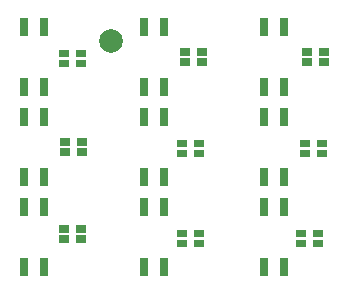
<source format=gtp>
G04 Layer: TopPasteMaskLayer*
G04 EasyEDA v6.4.25, 2022-01-03T23:04:32--5:00*
G04 f870d6b240394c1986ede19cf4370902,f610eaca6985405d96f74a4a3e528675,10*
G04 Gerber Generator version 0.2*
G04 Scale: 100 percent, Rotated: No, Reflected: No *
G04 Dimensions in millimeters *
G04 leading zeros omitted , absolute positions ,4 integer and 5 decimal *
%FSLAX45Y45*%
%MOMM*%

%ADD12C,2.0000*%

%LPD*%
D12*
G01*
X876312Y-431800D03*
G36*
X431088Y-574192D02*
G01*
X431088Y-509193D01*
X516102Y-509193D01*
X516102Y-574192D01*
G37*
G36*
X431088Y-659206D02*
G01*
X431088Y-594207D01*
X516102Y-594207D01*
X516102Y-659206D01*
G37*
G36*
X576097Y-574192D02*
G01*
X576097Y-509193D01*
X661111Y-509193D01*
X661111Y-574192D01*
G37*
G36*
X576097Y-659206D02*
G01*
X576097Y-594207D01*
X661111Y-594207D01*
X661111Y-659206D01*
G37*
G36*
X1459788Y-561492D02*
G01*
X1459788Y-496493D01*
X1544802Y-496493D01*
X1544802Y-561492D01*
G37*
G36*
X1459788Y-646506D02*
G01*
X1459788Y-581507D01*
X1544802Y-581507D01*
X1544802Y-646506D01*
G37*
G36*
X1604797Y-561492D02*
G01*
X1604797Y-496493D01*
X1689811Y-496493D01*
X1689811Y-561492D01*
G37*
G36*
X1604797Y-646506D02*
G01*
X1604797Y-581507D01*
X1689811Y-581507D01*
X1689811Y-646506D01*
G37*
G36*
X2488488Y-561492D02*
G01*
X2488488Y-496493D01*
X2573502Y-496493D01*
X2573502Y-561492D01*
G37*
G36*
X2488488Y-646506D02*
G01*
X2488488Y-581507D01*
X2573502Y-581507D01*
X2573502Y-646506D01*
G37*
G36*
X2633497Y-561492D02*
G01*
X2633497Y-496493D01*
X2718511Y-496493D01*
X2718511Y-561492D01*
G37*
G36*
X2633497Y-646506D02*
G01*
X2633497Y-581507D01*
X2718511Y-581507D01*
X2718511Y-646506D01*
G37*
G36*
X443788Y-1323492D02*
G01*
X443788Y-1258493D01*
X528802Y-1258493D01*
X528802Y-1323492D01*
G37*
G36*
X443788Y-1408506D02*
G01*
X443788Y-1343507D01*
X528802Y-1343507D01*
X528802Y-1408506D01*
G37*
G36*
X588797Y-1323492D02*
G01*
X588797Y-1258493D01*
X673811Y-1258493D01*
X673811Y-1323492D01*
G37*
G36*
X588797Y-1408506D02*
G01*
X588797Y-1343507D01*
X673811Y-1343507D01*
X673811Y-1408506D01*
G37*
G36*
X1434388Y-1336192D02*
G01*
X1434388Y-1271193D01*
X1519402Y-1271193D01*
X1519402Y-1336192D01*
G37*
G36*
X1434388Y-1421206D02*
G01*
X1434388Y-1356207D01*
X1519402Y-1356207D01*
X1519402Y-1421206D01*
G37*
G36*
X1579397Y-1336192D02*
G01*
X1579397Y-1271193D01*
X1664411Y-1271193D01*
X1664411Y-1336192D01*
G37*
G36*
X1579397Y-1421206D02*
G01*
X1579397Y-1356207D01*
X1664411Y-1356207D01*
X1664411Y-1421206D01*
G37*
G36*
X2475788Y-1336192D02*
G01*
X2475788Y-1271193D01*
X2560802Y-1271193D01*
X2560802Y-1336192D01*
G37*
G36*
X2475788Y-1421206D02*
G01*
X2475788Y-1356207D01*
X2560802Y-1356207D01*
X2560802Y-1421206D01*
G37*
G36*
X2620797Y-1336192D02*
G01*
X2620797Y-1271193D01*
X2705811Y-1271193D01*
X2705811Y-1336192D01*
G37*
G36*
X2620797Y-1421206D02*
G01*
X2620797Y-1356207D01*
X2705811Y-1356207D01*
X2705811Y-1421206D01*
G37*
G36*
X431088Y-2060092D02*
G01*
X431088Y-1995093D01*
X516102Y-1995093D01*
X516102Y-2060092D01*
G37*
G36*
X431088Y-2145106D02*
G01*
X431088Y-2080107D01*
X516102Y-2080107D01*
X516102Y-2145106D01*
G37*
G36*
X576097Y-2060092D02*
G01*
X576097Y-1995093D01*
X661111Y-1995093D01*
X661111Y-2060092D01*
G37*
G36*
X576097Y-2145106D02*
G01*
X576097Y-2080107D01*
X661111Y-2080107D01*
X661111Y-2145106D01*
G37*
G36*
X1434388Y-2098192D02*
G01*
X1434388Y-2033193D01*
X1519402Y-2033193D01*
X1519402Y-2098192D01*
G37*
G36*
X1434388Y-2183206D02*
G01*
X1434388Y-2118207D01*
X1519402Y-2118207D01*
X1519402Y-2183206D01*
G37*
G36*
X1579397Y-2098192D02*
G01*
X1579397Y-2033193D01*
X1664411Y-2033193D01*
X1664411Y-2098192D01*
G37*
G36*
X1579397Y-2183206D02*
G01*
X1579397Y-2118207D01*
X1664411Y-2118207D01*
X1664411Y-2183206D01*
G37*
G36*
X2437688Y-2098192D02*
G01*
X2437688Y-2033193D01*
X2522702Y-2033193D01*
X2522702Y-2098192D01*
G37*
G36*
X2437688Y-2183206D02*
G01*
X2437688Y-2118207D01*
X2522702Y-2118207D01*
X2522702Y-2183206D01*
G37*
G36*
X2582697Y-2098192D02*
G01*
X2582697Y-2033193D01*
X2667711Y-2033193D01*
X2667711Y-2098192D01*
G37*
G36*
X2582697Y-2183206D02*
G01*
X2582697Y-2118207D01*
X2667711Y-2118207D01*
X2667711Y-2183206D01*
G37*
G36*
X104698Y-242498D02*
G01*
X174701Y-242498D01*
X174701Y-392501D01*
X104698Y-392501D01*
G37*
G36*
X274698Y-242498D02*
G01*
X344700Y-242498D01*
X344700Y-392501D01*
X274698Y-392501D01*
G37*
G36*
X274698Y-752500D02*
G01*
X344700Y-752500D01*
X344700Y-902502D01*
X274698Y-902502D01*
G37*
G36*
X104698Y-752500D02*
G01*
X174701Y-752500D01*
X174701Y-902502D01*
X104698Y-902502D01*
G37*
G36*
X1120698Y-242498D02*
G01*
X1190701Y-242498D01*
X1190701Y-392501D01*
X1120698Y-392501D01*
G37*
G36*
X1290698Y-242498D02*
G01*
X1360700Y-242498D01*
X1360700Y-392501D01*
X1290698Y-392501D01*
G37*
G36*
X1290698Y-752500D02*
G01*
X1360700Y-752500D01*
X1360700Y-902502D01*
X1290698Y-902502D01*
G37*
G36*
X1120698Y-752500D02*
G01*
X1190701Y-752500D01*
X1190701Y-902502D01*
X1120698Y-902502D01*
G37*
G36*
X2136698Y-242498D02*
G01*
X2206701Y-242498D01*
X2206701Y-392501D01*
X2136698Y-392501D01*
G37*
G36*
X2306698Y-242498D02*
G01*
X2376700Y-242498D01*
X2376700Y-392501D01*
X2306698Y-392501D01*
G37*
G36*
X2306698Y-752500D02*
G01*
X2376700Y-752500D01*
X2376700Y-902502D01*
X2306698Y-902502D01*
G37*
G36*
X2136698Y-752500D02*
G01*
X2206701Y-752500D01*
X2206701Y-902502D01*
X2136698Y-902502D01*
G37*
G36*
X104698Y-1004498D02*
G01*
X174701Y-1004498D01*
X174701Y-1154501D01*
X104698Y-1154501D01*
G37*
G36*
X274698Y-1004498D02*
G01*
X344700Y-1004498D01*
X344700Y-1154501D01*
X274698Y-1154501D01*
G37*
G36*
X274698Y-1514500D02*
G01*
X344700Y-1514500D01*
X344700Y-1664502D01*
X274698Y-1664502D01*
G37*
G36*
X104698Y-1514500D02*
G01*
X174701Y-1514500D01*
X174701Y-1664502D01*
X104698Y-1664502D01*
G37*
G36*
X1120698Y-1004498D02*
G01*
X1190701Y-1004498D01*
X1190701Y-1154501D01*
X1120698Y-1154501D01*
G37*
G36*
X1290698Y-1004498D02*
G01*
X1360700Y-1004498D01*
X1360700Y-1154501D01*
X1290698Y-1154501D01*
G37*
G36*
X1290698Y-1514500D02*
G01*
X1360700Y-1514500D01*
X1360700Y-1664502D01*
X1290698Y-1664502D01*
G37*
G36*
X1120698Y-1514500D02*
G01*
X1190701Y-1514500D01*
X1190701Y-1664502D01*
X1120698Y-1664502D01*
G37*
G36*
X2136698Y-1004498D02*
G01*
X2206701Y-1004498D01*
X2206701Y-1154501D01*
X2136698Y-1154501D01*
G37*
G36*
X2306698Y-1004498D02*
G01*
X2376700Y-1004498D01*
X2376700Y-1154501D01*
X2306698Y-1154501D01*
G37*
G36*
X2306698Y-1514500D02*
G01*
X2376700Y-1514500D01*
X2376700Y-1664502D01*
X2306698Y-1664502D01*
G37*
G36*
X2136698Y-1514500D02*
G01*
X2206701Y-1514500D01*
X2206701Y-1664502D01*
X2136698Y-1664502D01*
G37*
G36*
X104698Y-1766498D02*
G01*
X174701Y-1766498D01*
X174701Y-1916501D01*
X104698Y-1916501D01*
G37*
G36*
X274698Y-1766498D02*
G01*
X344700Y-1766498D01*
X344700Y-1916501D01*
X274698Y-1916501D01*
G37*
G36*
X274698Y-2276500D02*
G01*
X344700Y-2276500D01*
X344700Y-2426502D01*
X274698Y-2426502D01*
G37*
G36*
X104698Y-2276500D02*
G01*
X174701Y-2276500D01*
X174701Y-2426502D01*
X104698Y-2426502D01*
G37*
G36*
X1120698Y-1766498D02*
G01*
X1190701Y-1766498D01*
X1190701Y-1916501D01*
X1120698Y-1916501D01*
G37*
G36*
X1290698Y-1766498D02*
G01*
X1360700Y-1766498D01*
X1360700Y-1916501D01*
X1290698Y-1916501D01*
G37*
G36*
X1290698Y-2276500D02*
G01*
X1360700Y-2276500D01*
X1360700Y-2426502D01*
X1290698Y-2426502D01*
G37*
G36*
X1120698Y-2276500D02*
G01*
X1190701Y-2276500D01*
X1190701Y-2426502D01*
X1120698Y-2426502D01*
G37*
G36*
X2136698Y-1766498D02*
G01*
X2206701Y-1766498D01*
X2206701Y-1916501D01*
X2136698Y-1916501D01*
G37*
G36*
X2306698Y-1766498D02*
G01*
X2376700Y-1766498D01*
X2376700Y-1916501D01*
X2306698Y-1916501D01*
G37*
G36*
X2306698Y-2276500D02*
G01*
X2376700Y-2276500D01*
X2376700Y-2426502D01*
X2306698Y-2426502D01*
G37*
G36*
X2136698Y-2276500D02*
G01*
X2206701Y-2276500D01*
X2206701Y-2426502D01*
X2136698Y-2426502D01*
G37*
M02*

</source>
